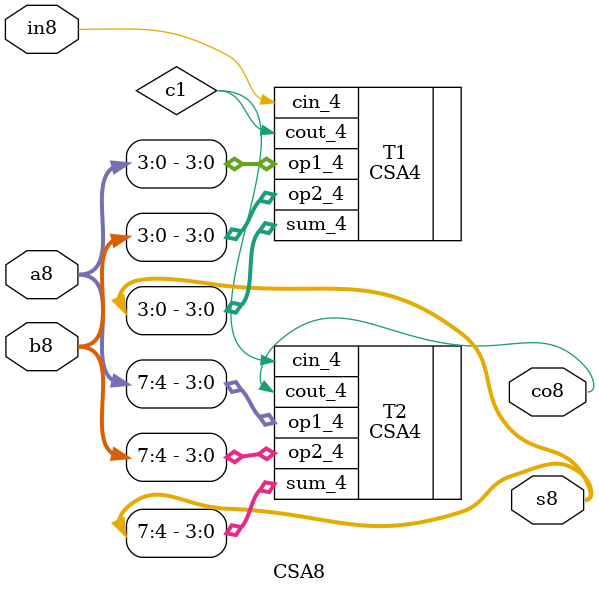
<source format=v>
`timescale 1ns/10ps

module CSA8(s8,co8,a8,b8,in8);
output [7:0]s8;
output co8;
input [7:0]a8,b8;
input in8;
wire [7:0]s8;
wire c1;

CSA4 T1(.sum_4(s8[3:0]),.cout_4(c1),.op1_4(a8[3:0]),.op2_4(b8[3:0]),.cin_4(in8));
CSA4 T2(.sum_4(s8[7:4]),.cout_4(co8),.op1_4(a8[7:4]),.op2_4(b8[7:4]),.cin_4(c1));
endmodule


</source>
